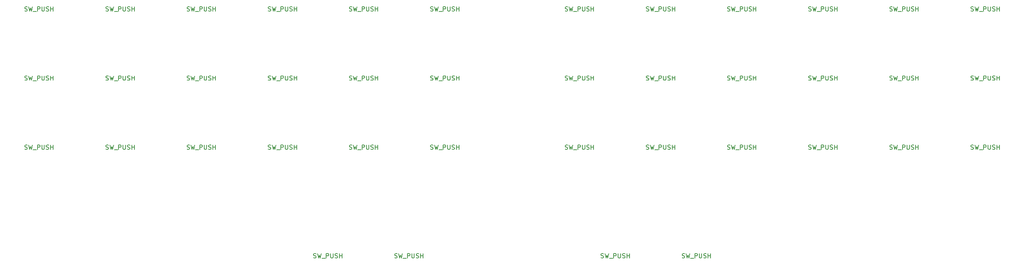
<source format=gbr>
G04 #@! TF.FileFunction,Other,Fab,Top*
%FSLAX46Y46*%
G04 Gerber Fmt 4.6, Leading zero omitted, Abs format (unit mm)*
G04 Created by KiCad (PCBNEW 4.0.1-stable) date Thursday, March 02, 2017 'PMt' 06:18:16 PM*
%MOMM*%
G01*
G04 APERTURE LIST*
%ADD10C,0.100000*%
%ADD11C,0.150000*%
G04 APERTURE END LIST*
D10*
D11*
X78238095Y895238D02*
X78380952Y847619D01*
X78619048Y847619D01*
X78714286Y895238D01*
X78761905Y942857D01*
X78809524Y1038095D01*
X78809524Y1133333D01*
X78761905Y1228571D01*
X78714286Y1276190D01*
X78619048Y1323810D01*
X78428571Y1371429D01*
X78333333Y1419048D01*
X78285714Y1466667D01*
X78238095Y1561905D01*
X78238095Y1657143D01*
X78285714Y1752381D01*
X78333333Y1800000D01*
X78428571Y1847619D01*
X78666667Y1847619D01*
X78809524Y1800000D01*
X79142857Y1847619D02*
X79380952Y847619D01*
X79571429Y1561905D01*
X79761905Y847619D01*
X80000000Y1847619D01*
X80142857Y752381D02*
X80904762Y752381D01*
X81142857Y847619D02*
X81142857Y1847619D01*
X81523810Y1847619D01*
X81619048Y1800000D01*
X81666667Y1752381D01*
X81714286Y1657143D01*
X81714286Y1514286D01*
X81666667Y1419048D01*
X81619048Y1371429D01*
X81523810Y1323810D01*
X81142857Y1323810D01*
X82142857Y1847619D02*
X82142857Y1038095D01*
X82190476Y942857D01*
X82238095Y895238D01*
X82333333Y847619D01*
X82523810Y847619D01*
X82619048Y895238D01*
X82666667Y942857D01*
X82714286Y1038095D01*
X82714286Y1847619D01*
X83142857Y895238D02*
X83285714Y847619D01*
X83523810Y847619D01*
X83619048Y895238D01*
X83666667Y942857D01*
X83714286Y1038095D01*
X83714286Y1133333D01*
X83666667Y1228571D01*
X83619048Y1276190D01*
X83523810Y1323810D01*
X83333333Y1371429D01*
X83238095Y1419048D01*
X83190476Y1466667D01*
X83142857Y1561905D01*
X83142857Y1657143D01*
X83190476Y1752381D01*
X83238095Y1800000D01*
X83333333Y1847619D01*
X83571429Y1847619D01*
X83714286Y1800000D01*
X84142857Y847619D02*
X84142857Y1847619D01*
X84142857Y1371429D02*
X84714286Y1371429D01*
X84714286Y847619D02*
X84714286Y1847619D01*
X70071425Y-55504762D02*
X70214282Y-55552381D01*
X70452378Y-55552381D01*
X70547616Y-55504762D01*
X70595235Y-55457143D01*
X70642854Y-55361905D01*
X70642854Y-55266667D01*
X70595235Y-55171429D01*
X70547616Y-55123810D01*
X70452378Y-55076190D01*
X70261901Y-55028571D01*
X70166663Y-54980952D01*
X70119044Y-54933333D01*
X70071425Y-54838095D01*
X70071425Y-54742857D01*
X70119044Y-54647619D01*
X70166663Y-54600000D01*
X70261901Y-54552381D01*
X70499997Y-54552381D01*
X70642854Y-54600000D01*
X70976187Y-54552381D02*
X71214282Y-55552381D01*
X71404759Y-54838095D01*
X71595235Y-55552381D01*
X71833330Y-54552381D01*
X71976187Y-55647619D02*
X72738092Y-55647619D01*
X72976187Y-55552381D02*
X72976187Y-54552381D01*
X73357140Y-54552381D01*
X73452378Y-54600000D01*
X73499997Y-54647619D01*
X73547616Y-54742857D01*
X73547616Y-54885714D01*
X73499997Y-54980952D01*
X73452378Y-55028571D01*
X73357140Y-55076190D01*
X72976187Y-55076190D01*
X73976187Y-54552381D02*
X73976187Y-55361905D01*
X74023806Y-55457143D01*
X74071425Y-55504762D01*
X74166663Y-55552381D01*
X74357140Y-55552381D01*
X74452378Y-55504762D01*
X74499997Y-55457143D01*
X74547616Y-55361905D01*
X74547616Y-54552381D01*
X74976187Y-55504762D02*
X75119044Y-55552381D01*
X75357140Y-55552381D01*
X75452378Y-55504762D01*
X75499997Y-55457143D01*
X75547616Y-55361905D01*
X75547616Y-55266667D01*
X75499997Y-55171429D01*
X75452378Y-55123810D01*
X75357140Y-55076190D01*
X75166663Y-55028571D01*
X75071425Y-54980952D01*
X75023806Y-54933333D01*
X74976187Y-54838095D01*
X74976187Y-54742857D01*
X75023806Y-54647619D01*
X75071425Y-54600000D01*
X75166663Y-54552381D01*
X75404759Y-54552381D01*
X75547616Y-54600000D01*
X75976187Y-55552381D02*
X75976187Y-54552381D01*
X75976187Y-55028571D02*
X76547616Y-55028571D01*
X76547616Y-55552381D02*
X76547616Y-54552381D01*
X41238095Y895238D02*
X41380952Y847619D01*
X41619048Y847619D01*
X41714286Y895238D01*
X41761905Y942857D01*
X41809524Y1038095D01*
X41809524Y1133333D01*
X41761905Y1228571D01*
X41714286Y1276190D01*
X41619048Y1323810D01*
X41428571Y1371429D01*
X41333333Y1419048D01*
X41285714Y1466667D01*
X41238095Y1561905D01*
X41238095Y1657143D01*
X41285714Y1752381D01*
X41333333Y1800000D01*
X41428571Y1847619D01*
X41666667Y1847619D01*
X41809524Y1800000D01*
X42142857Y1847619D02*
X42380952Y847619D01*
X42571429Y1561905D01*
X42761905Y847619D01*
X43000000Y1847619D01*
X43142857Y752381D02*
X43904762Y752381D01*
X44142857Y847619D02*
X44142857Y1847619D01*
X44523810Y1847619D01*
X44619048Y1800000D01*
X44666667Y1752381D01*
X44714286Y1657143D01*
X44714286Y1514286D01*
X44666667Y1419048D01*
X44619048Y1371429D01*
X44523810Y1323810D01*
X44142857Y1323810D01*
X45142857Y1847619D02*
X45142857Y1038095D01*
X45190476Y942857D01*
X45238095Y895238D01*
X45333333Y847619D01*
X45523810Y847619D01*
X45619048Y895238D01*
X45666667Y942857D01*
X45714286Y1038095D01*
X45714286Y1847619D01*
X46142857Y895238D02*
X46285714Y847619D01*
X46523810Y847619D01*
X46619048Y895238D01*
X46666667Y942857D01*
X46714286Y1038095D01*
X46714286Y1133333D01*
X46666667Y1228571D01*
X46619048Y1276190D01*
X46523810Y1323810D01*
X46333333Y1371429D01*
X46238095Y1419048D01*
X46190476Y1466667D01*
X46142857Y1561905D01*
X46142857Y1657143D01*
X46190476Y1752381D01*
X46238095Y1800000D01*
X46333333Y1847619D01*
X46571429Y1847619D01*
X46714286Y1800000D01*
X47142857Y847619D02*
X47142857Y1847619D01*
X47142857Y1371429D02*
X47714286Y1371429D01*
X47714286Y847619D02*
X47714286Y1847619D01*
X127438095Y895238D02*
X127580952Y847619D01*
X127819048Y847619D01*
X127914286Y895238D01*
X127961905Y942857D01*
X128009524Y1038095D01*
X128009524Y1133333D01*
X127961905Y1228571D01*
X127914286Y1276190D01*
X127819048Y1323810D01*
X127628571Y1371429D01*
X127533333Y1419048D01*
X127485714Y1466667D01*
X127438095Y1561905D01*
X127438095Y1657143D01*
X127485714Y1752381D01*
X127533333Y1800000D01*
X127628571Y1847619D01*
X127866667Y1847619D01*
X128009524Y1800000D01*
X128342857Y1847619D02*
X128580952Y847619D01*
X128771429Y1561905D01*
X128961905Y847619D01*
X129200000Y1847619D01*
X129342857Y752381D02*
X130104762Y752381D01*
X130342857Y847619D02*
X130342857Y1847619D01*
X130723810Y1847619D01*
X130819048Y1800000D01*
X130866667Y1752381D01*
X130914286Y1657143D01*
X130914286Y1514286D01*
X130866667Y1419048D01*
X130819048Y1371429D01*
X130723810Y1323810D01*
X130342857Y1323810D01*
X131342857Y1847619D02*
X131342857Y1038095D01*
X131390476Y942857D01*
X131438095Y895238D01*
X131533333Y847619D01*
X131723810Y847619D01*
X131819048Y895238D01*
X131866667Y942857D01*
X131914286Y1038095D01*
X131914286Y1847619D01*
X132342857Y895238D02*
X132485714Y847619D01*
X132723810Y847619D01*
X132819048Y895238D01*
X132866667Y942857D01*
X132914286Y1038095D01*
X132914286Y1133333D01*
X132866667Y1228571D01*
X132819048Y1276190D01*
X132723810Y1323810D01*
X132533333Y1371429D01*
X132438095Y1419048D01*
X132390476Y1466667D01*
X132342857Y1561905D01*
X132342857Y1657143D01*
X132390476Y1752381D01*
X132438095Y1800000D01*
X132533333Y1847619D01*
X132771429Y1847619D01*
X132914286Y1800000D01*
X133342857Y847619D02*
X133342857Y1847619D01*
X133342857Y1371429D02*
X133914286Y1371429D01*
X133914286Y847619D02*
X133914286Y1847619D01*
X96738095Y895238D02*
X96880952Y847619D01*
X97119048Y847619D01*
X97214286Y895238D01*
X97261905Y942857D01*
X97309524Y1038095D01*
X97309524Y1133333D01*
X97261905Y1228571D01*
X97214286Y1276190D01*
X97119048Y1323810D01*
X96928571Y1371429D01*
X96833333Y1419048D01*
X96785714Y1466667D01*
X96738095Y1561905D01*
X96738095Y1657143D01*
X96785714Y1752381D01*
X96833333Y1800000D01*
X96928571Y1847619D01*
X97166667Y1847619D01*
X97309524Y1800000D01*
X97642857Y1847619D02*
X97880952Y847619D01*
X98071429Y1561905D01*
X98261905Y847619D01*
X98500000Y1847619D01*
X98642857Y752381D02*
X99404762Y752381D01*
X99642857Y847619D02*
X99642857Y1847619D01*
X100023810Y1847619D01*
X100119048Y1800000D01*
X100166667Y1752381D01*
X100214286Y1657143D01*
X100214286Y1514286D01*
X100166667Y1419048D01*
X100119048Y1371429D01*
X100023810Y1323810D01*
X99642857Y1323810D01*
X100642857Y1847619D02*
X100642857Y1038095D01*
X100690476Y942857D01*
X100738095Y895238D01*
X100833333Y847619D01*
X101023810Y847619D01*
X101119048Y895238D01*
X101166667Y942857D01*
X101214286Y1038095D01*
X101214286Y1847619D01*
X101642857Y895238D02*
X101785714Y847619D01*
X102023810Y847619D01*
X102119048Y895238D01*
X102166667Y942857D01*
X102214286Y1038095D01*
X102214286Y1133333D01*
X102166667Y1228571D01*
X102119048Y1276190D01*
X102023810Y1323810D01*
X101833333Y1371429D01*
X101738095Y1419048D01*
X101690476Y1466667D01*
X101642857Y1561905D01*
X101642857Y1657143D01*
X101690476Y1752381D01*
X101738095Y1800000D01*
X101833333Y1847619D01*
X102071429Y1847619D01*
X102214286Y1800000D01*
X102642857Y847619D02*
X102642857Y1847619D01*
X102642857Y1371429D02*
X103214286Y1371429D01*
X103214286Y847619D02*
X103214286Y1847619D01*
X96738095Y-14904762D02*
X96880952Y-14952381D01*
X97119048Y-14952381D01*
X97214286Y-14904762D01*
X97261905Y-14857143D01*
X97309524Y-14761905D01*
X97309524Y-14666667D01*
X97261905Y-14571429D01*
X97214286Y-14523810D01*
X97119048Y-14476190D01*
X96928571Y-14428571D01*
X96833333Y-14380952D01*
X96785714Y-14333333D01*
X96738095Y-14238095D01*
X96738095Y-14142857D01*
X96785714Y-14047619D01*
X96833333Y-14000000D01*
X96928571Y-13952381D01*
X97166667Y-13952381D01*
X97309524Y-14000000D01*
X97642857Y-13952381D02*
X97880952Y-14952381D01*
X98071429Y-14238095D01*
X98261905Y-14952381D01*
X98500000Y-13952381D01*
X98642857Y-15047619D02*
X99404762Y-15047619D01*
X99642857Y-14952381D02*
X99642857Y-13952381D01*
X100023810Y-13952381D01*
X100119048Y-14000000D01*
X100166667Y-14047619D01*
X100214286Y-14142857D01*
X100214286Y-14285714D01*
X100166667Y-14380952D01*
X100119048Y-14428571D01*
X100023810Y-14476190D01*
X99642857Y-14476190D01*
X100642857Y-13952381D02*
X100642857Y-14761905D01*
X100690476Y-14857143D01*
X100738095Y-14904762D01*
X100833333Y-14952381D01*
X101023810Y-14952381D01*
X101119048Y-14904762D01*
X101166667Y-14857143D01*
X101214286Y-14761905D01*
X101214286Y-13952381D01*
X101642857Y-14904762D02*
X101785714Y-14952381D01*
X102023810Y-14952381D01*
X102119048Y-14904762D01*
X102166667Y-14857143D01*
X102214286Y-14761905D01*
X102214286Y-14666667D01*
X102166667Y-14571429D01*
X102119048Y-14523810D01*
X102023810Y-14476190D01*
X101833333Y-14428571D01*
X101738095Y-14380952D01*
X101690476Y-14333333D01*
X101642857Y-14238095D01*
X101642857Y-14142857D01*
X101690476Y-14047619D01*
X101738095Y-14000000D01*
X101833333Y-13952381D01*
X102071429Y-13952381D01*
X102214286Y-14000000D01*
X102642857Y-14952381D02*
X102642857Y-13952381D01*
X102642857Y-14428571D02*
X103214286Y-14428571D01*
X103214286Y-14952381D02*
X103214286Y-13952381D01*
X4238095Y895238D02*
X4380952Y847619D01*
X4619048Y847619D01*
X4714286Y895238D01*
X4761905Y942857D01*
X4809524Y1038095D01*
X4809524Y1133333D01*
X4761905Y1228571D01*
X4714286Y1276190D01*
X4619048Y1323810D01*
X4428571Y1371429D01*
X4333333Y1419048D01*
X4285714Y1466667D01*
X4238095Y1561905D01*
X4238095Y1657143D01*
X4285714Y1752381D01*
X4333333Y1800000D01*
X4428571Y1847619D01*
X4666667Y1847619D01*
X4809524Y1800000D01*
X5142857Y1847619D02*
X5380952Y847619D01*
X5571429Y1561905D01*
X5761905Y847619D01*
X6000000Y1847619D01*
X6142857Y752381D02*
X6904762Y752381D01*
X7142857Y847619D02*
X7142857Y1847619D01*
X7523810Y1847619D01*
X7619048Y1800000D01*
X7666667Y1752381D01*
X7714286Y1657143D01*
X7714286Y1514286D01*
X7666667Y1419048D01*
X7619048Y1371429D01*
X7523810Y1323810D01*
X7142857Y1323810D01*
X8142857Y1847619D02*
X8142857Y1038095D01*
X8190476Y942857D01*
X8238095Y895238D01*
X8333333Y847619D01*
X8523810Y847619D01*
X8619048Y895238D01*
X8666667Y942857D01*
X8714286Y1038095D01*
X8714286Y1847619D01*
X9142857Y895238D02*
X9285714Y847619D01*
X9523810Y847619D01*
X9619048Y895238D01*
X9666667Y942857D01*
X9714286Y1038095D01*
X9714286Y1133333D01*
X9666667Y1228571D01*
X9619048Y1276190D01*
X9523810Y1323810D01*
X9333333Y1371429D01*
X9238095Y1419048D01*
X9190476Y1466667D01*
X9142857Y1561905D01*
X9142857Y1657143D01*
X9190476Y1752381D01*
X9238095Y1800000D01*
X9333333Y1847619D01*
X9571429Y1847619D01*
X9714286Y1800000D01*
X10142857Y847619D02*
X10142857Y1847619D01*
X10142857Y1371429D02*
X10714286Y1371429D01*
X10714286Y847619D02*
X10714286Y1847619D01*
X154104762Y-55504762D02*
X154247619Y-55552381D01*
X154485715Y-55552381D01*
X154580953Y-55504762D01*
X154628572Y-55457143D01*
X154676191Y-55361905D01*
X154676191Y-55266667D01*
X154628572Y-55171429D01*
X154580953Y-55123810D01*
X154485715Y-55076190D01*
X154295238Y-55028571D01*
X154200000Y-54980952D01*
X154152381Y-54933333D01*
X154104762Y-54838095D01*
X154104762Y-54742857D01*
X154152381Y-54647619D01*
X154200000Y-54600000D01*
X154295238Y-54552381D01*
X154533334Y-54552381D01*
X154676191Y-54600000D01*
X155009524Y-54552381D02*
X155247619Y-55552381D01*
X155438096Y-54838095D01*
X155628572Y-55552381D01*
X155866667Y-54552381D01*
X156009524Y-55647619D02*
X156771429Y-55647619D01*
X157009524Y-55552381D02*
X157009524Y-54552381D01*
X157390477Y-54552381D01*
X157485715Y-54600000D01*
X157533334Y-54647619D01*
X157580953Y-54742857D01*
X157580953Y-54885714D01*
X157533334Y-54980952D01*
X157485715Y-55028571D01*
X157390477Y-55076190D01*
X157009524Y-55076190D01*
X158009524Y-54552381D02*
X158009524Y-55361905D01*
X158057143Y-55457143D01*
X158104762Y-55504762D01*
X158200000Y-55552381D01*
X158390477Y-55552381D01*
X158485715Y-55504762D01*
X158533334Y-55457143D01*
X158580953Y-55361905D01*
X158580953Y-54552381D01*
X159009524Y-55504762D02*
X159152381Y-55552381D01*
X159390477Y-55552381D01*
X159485715Y-55504762D01*
X159533334Y-55457143D01*
X159580953Y-55361905D01*
X159580953Y-55266667D01*
X159533334Y-55171429D01*
X159485715Y-55123810D01*
X159390477Y-55076190D01*
X159200000Y-55028571D01*
X159104762Y-54980952D01*
X159057143Y-54933333D01*
X159009524Y-54838095D01*
X159009524Y-54742857D01*
X159057143Y-54647619D01*
X159104762Y-54600000D01*
X159200000Y-54552381D01*
X159438096Y-54552381D01*
X159580953Y-54600000D01*
X160009524Y-55552381D02*
X160009524Y-54552381D01*
X160009524Y-55028571D02*
X160580953Y-55028571D01*
X160580953Y-55552381D02*
X160580953Y-54552381D01*
X135604762Y-55504762D02*
X135747619Y-55552381D01*
X135985715Y-55552381D01*
X136080953Y-55504762D01*
X136128572Y-55457143D01*
X136176191Y-55361905D01*
X136176191Y-55266667D01*
X136128572Y-55171429D01*
X136080953Y-55123810D01*
X135985715Y-55076190D01*
X135795238Y-55028571D01*
X135700000Y-54980952D01*
X135652381Y-54933333D01*
X135604762Y-54838095D01*
X135604762Y-54742857D01*
X135652381Y-54647619D01*
X135700000Y-54600000D01*
X135795238Y-54552381D01*
X136033334Y-54552381D01*
X136176191Y-54600000D01*
X136509524Y-54552381D02*
X136747619Y-55552381D01*
X136938096Y-54838095D01*
X137128572Y-55552381D01*
X137366667Y-54552381D01*
X137509524Y-55647619D02*
X138271429Y-55647619D01*
X138509524Y-55552381D02*
X138509524Y-54552381D01*
X138890477Y-54552381D01*
X138985715Y-54600000D01*
X139033334Y-54647619D01*
X139080953Y-54742857D01*
X139080953Y-54885714D01*
X139033334Y-54980952D01*
X138985715Y-55028571D01*
X138890477Y-55076190D01*
X138509524Y-55076190D01*
X139509524Y-54552381D02*
X139509524Y-55361905D01*
X139557143Y-55457143D01*
X139604762Y-55504762D01*
X139700000Y-55552381D01*
X139890477Y-55552381D01*
X139985715Y-55504762D01*
X140033334Y-55457143D01*
X140080953Y-55361905D01*
X140080953Y-54552381D01*
X140509524Y-55504762D02*
X140652381Y-55552381D01*
X140890477Y-55552381D01*
X140985715Y-55504762D01*
X141033334Y-55457143D01*
X141080953Y-55361905D01*
X141080953Y-55266667D01*
X141033334Y-55171429D01*
X140985715Y-55123810D01*
X140890477Y-55076190D01*
X140700000Y-55028571D01*
X140604762Y-54980952D01*
X140557143Y-54933333D01*
X140509524Y-54838095D01*
X140509524Y-54742857D01*
X140557143Y-54647619D01*
X140604762Y-54600000D01*
X140700000Y-54552381D01*
X140938096Y-54552381D01*
X141080953Y-54600000D01*
X141509524Y-55552381D02*
X141509524Y-54552381D01*
X141509524Y-55028571D02*
X142080953Y-55028571D01*
X142080953Y-55552381D02*
X142080953Y-54552381D01*
X88571425Y-55504762D02*
X88714282Y-55552381D01*
X88952378Y-55552381D01*
X89047616Y-55504762D01*
X89095235Y-55457143D01*
X89142854Y-55361905D01*
X89142854Y-55266667D01*
X89095235Y-55171429D01*
X89047616Y-55123810D01*
X88952378Y-55076190D01*
X88761901Y-55028571D01*
X88666663Y-54980952D01*
X88619044Y-54933333D01*
X88571425Y-54838095D01*
X88571425Y-54742857D01*
X88619044Y-54647619D01*
X88666663Y-54600000D01*
X88761901Y-54552381D01*
X88999997Y-54552381D01*
X89142854Y-54600000D01*
X89476187Y-54552381D02*
X89714282Y-55552381D01*
X89904759Y-54838095D01*
X90095235Y-55552381D01*
X90333330Y-54552381D01*
X90476187Y-55647619D02*
X91238092Y-55647619D01*
X91476187Y-55552381D02*
X91476187Y-54552381D01*
X91857140Y-54552381D01*
X91952378Y-54600000D01*
X91999997Y-54647619D01*
X92047616Y-54742857D01*
X92047616Y-54885714D01*
X91999997Y-54980952D01*
X91952378Y-55028571D01*
X91857140Y-55076190D01*
X91476187Y-55076190D01*
X92476187Y-54552381D02*
X92476187Y-55361905D01*
X92523806Y-55457143D01*
X92571425Y-55504762D01*
X92666663Y-55552381D01*
X92857140Y-55552381D01*
X92952378Y-55504762D01*
X92999997Y-55457143D01*
X93047616Y-55361905D01*
X93047616Y-54552381D01*
X93476187Y-55504762D02*
X93619044Y-55552381D01*
X93857140Y-55552381D01*
X93952378Y-55504762D01*
X93999997Y-55457143D01*
X94047616Y-55361905D01*
X94047616Y-55266667D01*
X93999997Y-55171429D01*
X93952378Y-55123810D01*
X93857140Y-55076190D01*
X93666663Y-55028571D01*
X93571425Y-54980952D01*
X93523806Y-54933333D01*
X93476187Y-54838095D01*
X93476187Y-54742857D01*
X93523806Y-54647619D01*
X93571425Y-54600000D01*
X93666663Y-54552381D01*
X93904759Y-54552381D01*
X94047616Y-54600000D01*
X94476187Y-55552381D02*
X94476187Y-54552381D01*
X94476187Y-55028571D02*
X95047616Y-55028571D01*
X95047616Y-55552381D02*
X95047616Y-54552381D01*
X219938095Y-30704762D02*
X220080952Y-30752381D01*
X220319048Y-30752381D01*
X220414286Y-30704762D01*
X220461905Y-30657143D01*
X220509524Y-30561905D01*
X220509524Y-30466667D01*
X220461905Y-30371429D01*
X220414286Y-30323810D01*
X220319048Y-30276190D01*
X220128571Y-30228571D01*
X220033333Y-30180952D01*
X219985714Y-30133333D01*
X219938095Y-30038095D01*
X219938095Y-29942857D01*
X219985714Y-29847619D01*
X220033333Y-29800000D01*
X220128571Y-29752381D01*
X220366667Y-29752381D01*
X220509524Y-29800000D01*
X220842857Y-29752381D02*
X221080952Y-30752381D01*
X221271429Y-30038095D01*
X221461905Y-30752381D01*
X221700000Y-29752381D01*
X221842857Y-30847619D02*
X222604762Y-30847619D01*
X222842857Y-30752381D02*
X222842857Y-29752381D01*
X223223810Y-29752381D01*
X223319048Y-29800000D01*
X223366667Y-29847619D01*
X223414286Y-29942857D01*
X223414286Y-30085714D01*
X223366667Y-30180952D01*
X223319048Y-30228571D01*
X223223810Y-30276190D01*
X222842857Y-30276190D01*
X223842857Y-29752381D02*
X223842857Y-30561905D01*
X223890476Y-30657143D01*
X223938095Y-30704762D01*
X224033333Y-30752381D01*
X224223810Y-30752381D01*
X224319048Y-30704762D01*
X224366667Y-30657143D01*
X224414286Y-30561905D01*
X224414286Y-29752381D01*
X224842857Y-30704762D02*
X224985714Y-30752381D01*
X225223810Y-30752381D01*
X225319048Y-30704762D01*
X225366667Y-30657143D01*
X225414286Y-30561905D01*
X225414286Y-30466667D01*
X225366667Y-30371429D01*
X225319048Y-30323810D01*
X225223810Y-30276190D01*
X225033333Y-30228571D01*
X224938095Y-30180952D01*
X224890476Y-30133333D01*
X224842857Y-30038095D01*
X224842857Y-29942857D01*
X224890476Y-29847619D01*
X224938095Y-29800000D01*
X225033333Y-29752381D01*
X225271429Y-29752381D01*
X225414286Y-29800000D01*
X225842857Y-30752381D02*
X225842857Y-29752381D01*
X225842857Y-30228571D02*
X226414286Y-30228571D01*
X226414286Y-30752381D02*
X226414286Y-29752381D01*
X201438095Y-30704762D02*
X201580952Y-30752381D01*
X201819048Y-30752381D01*
X201914286Y-30704762D01*
X201961905Y-30657143D01*
X202009524Y-30561905D01*
X202009524Y-30466667D01*
X201961905Y-30371429D01*
X201914286Y-30323810D01*
X201819048Y-30276190D01*
X201628571Y-30228571D01*
X201533333Y-30180952D01*
X201485714Y-30133333D01*
X201438095Y-30038095D01*
X201438095Y-29942857D01*
X201485714Y-29847619D01*
X201533333Y-29800000D01*
X201628571Y-29752381D01*
X201866667Y-29752381D01*
X202009524Y-29800000D01*
X202342857Y-29752381D02*
X202580952Y-30752381D01*
X202771429Y-30038095D01*
X202961905Y-30752381D01*
X203200000Y-29752381D01*
X203342857Y-30847619D02*
X204104762Y-30847619D01*
X204342857Y-30752381D02*
X204342857Y-29752381D01*
X204723810Y-29752381D01*
X204819048Y-29800000D01*
X204866667Y-29847619D01*
X204914286Y-29942857D01*
X204914286Y-30085714D01*
X204866667Y-30180952D01*
X204819048Y-30228571D01*
X204723810Y-30276190D01*
X204342857Y-30276190D01*
X205342857Y-29752381D02*
X205342857Y-30561905D01*
X205390476Y-30657143D01*
X205438095Y-30704762D01*
X205533333Y-30752381D01*
X205723810Y-30752381D01*
X205819048Y-30704762D01*
X205866667Y-30657143D01*
X205914286Y-30561905D01*
X205914286Y-29752381D01*
X206342857Y-30704762D02*
X206485714Y-30752381D01*
X206723810Y-30752381D01*
X206819048Y-30704762D01*
X206866667Y-30657143D01*
X206914286Y-30561905D01*
X206914286Y-30466667D01*
X206866667Y-30371429D01*
X206819048Y-30323810D01*
X206723810Y-30276190D01*
X206533333Y-30228571D01*
X206438095Y-30180952D01*
X206390476Y-30133333D01*
X206342857Y-30038095D01*
X206342857Y-29942857D01*
X206390476Y-29847619D01*
X206438095Y-29800000D01*
X206533333Y-29752381D01*
X206771429Y-29752381D01*
X206914286Y-29800000D01*
X207342857Y-30752381D02*
X207342857Y-29752381D01*
X207342857Y-30228571D02*
X207914286Y-30228571D01*
X207914286Y-30752381D02*
X207914286Y-29752381D01*
X182938095Y-30704762D02*
X183080952Y-30752381D01*
X183319048Y-30752381D01*
X183414286Y-30704762D01*
X183461905Y-30657143D01*
X183509524Y-30561905D01*
X183509524Y-30466667D01*
X183461905Y-30371429D01*
X183414286Y-30323810D01*
X183319048Y-30276190D01*
X183128571Y-30228571D01*
X183033333Y-30180952D01*
X182985714Y-30133333D01*
X182938095Y-30038095D01*
X182938095Y-29942857D01*
X182985714Y-29847619D01*
X183033333Y-29800000D01*
X183128571Y-29752381D01*
X183366667Y-29752381D01*
X183509524Y-29800000D01*
X183842857Y-29752381D02*
X184080952Y-30752381D01*
X184271429Y-30038095D01*
X184461905Y-30752381D01*
X184700000Y-29752381D01*
X184842857Y-30847619D02*
X185604762Y-30847619D01*
X185842857Y-30752381D02*
X185842857Y-29752381D01*
X186223810Y-29752381D01*
X186319048Y-29800000D01*
X186366667Y-29847619D01*
X186414286Y-29942857D01*
X186414286Y-30085714D01*
X186366667Y-30180952D01*
X186319048Y-30228571D01*
X186223810Y-30276190D01*
X185842857Y-30276190D01*
X186842857Y-29752381D02*
X186842857Y-30561905D01*
X186890476Y-30657143D01*
X186938095Y-30704762D01*
X187033333Y-30752381D01*
X187223810Y-30752381D01*
X187319048Y-30704762D01*
X187366667Y-30657143D01*
X187414286Y-30561905D01*
X187414286Y-29752381D01*
X187842857Y-30704762D02*
X187985714Y-30752381D01*
X188223810Y-30752381D01*
X188319048Y-30704762D01*
X188366667Y-30657143D01*
X188414286Y-30561905D01*
X188414286Y-30466667D01*
X188366667Y-30371429D01*
X188319048Y-30323810D01*
X188223810Y-30276190D01*
X188033333Y-30228571D01*
X187938095Y-30180952D01*
X187890476Y-30133333D01*
X187842857Y-30038095D01*
X187842857Y-29942857D01*
X187890476Y-29847619D01*
X187938095Y-29800000D01*
X188033333Y-29752381D01*
X188271429Y-29752381D01*
X188414286Y-29800000D01*
X188842857Y-30752381D02*
X188842857Y-29752381D01*
X188842857Y-30228571D02*
X189414286Y-30228571D01*
X189414286Y-30752381D02*
X189414286Y-29752381D01*
X164438095Y-30704762D02*
X164580952Y-30752381D01*
X164819048Y-30752381D01*
X164914286Y-30704762D01*
X164961905Y-30657143D01*
X165009524Y-30561905D01*
X165009524Y-30466667D01*
X164961905Y-30371429D01*
X164914286Y-30323810D01*
X164819048Y-30276190D01*
X164628571Y-30228571D01*
X164533333Y-30180952D01*
X164485714Y-30133333D01*
X164438095Y-30038095D01*
X164438095Y-29942857D01*
X164485714Y-29847619D01*
X164533333Y-29800000D01*
X164628571Y-29752381D01*
X164866667Y-29752381D01*
X165009524Y-29800000D01*
X165342857Y-29752381D02*
X165580952Y-30752381D01*
X165771429Y-30038095D01*
X165961905Y-30752381D01*
X166200000Y-29752381D01*
X166342857Y-30847619D02*
X167104762Y-30847619D01*
X167342857Y-30752381D02*
X167342857Y-29752381D01*
X167723810Y-29752381D01*
X167819048Y-29800000D01*
X167866667Y-29847619D01*
X167914286Y-29942857D01*
X167914286Y-30085714D01*
X167866667Y-30180952D01*
X167819048Y-30228571D01*
X167723810Y-30276190D01*
X167342857Y-30276190D01*
X168342857Y-29752381D02*
X168342857Y-30561905D01*
X168390476Y-30657143D01*
X168438095Y-30704762D01*
X168533333Y-30752381D01*
X168723810Y-30752381D01*
X168819048Y-30704762D01*
X168866667Y-30657143D01*
X168914286Y-30561905D01*
X168914286Y-29752381D01*
X169342857Y-30704762D02*
X169485714Y-30752381D01*
X169723810Y-30752381D01*
X169819048Y-30704762D01*
X169866667Y-30657143D01*
X169914286Y-30561905D01*
X169914286Y-30466667D01*
X169866667Y-30371429D01*
X169819048Y-30323810D01*
X169723810Y-30276190D01*
X169533333Y-30228571D01*
X169438095Y-30180952D01*
X169390476Y-30133333D01*
X169342857Y-30038095D01*
X169342857Y-29942857D01*
X169390476Y-29847619D01*
X169438095Y-29800000D01*
X169533333Y-29752381D01*
X169771429Y-29752381D01*
X169914286Y-29800000D01*
X170342857Y-30752381D02*
X170342857Y-29752381D01*
X170342857Y-30228571D02*
X170914286Y-30228571D01*
X170914286Y-30752381D02*
X170914286Y-29752381D01*
X145938095Y-30704762D02*
X146080952Y-30752381D01*
X146319048Y-30752381D01*
X146414286Y-30704762D01*
X146461905Y-30657143D01*
X146509524Y-30561905D01*
X146509524Y-30466667D01*
X146461905Y-30371429D01*
X146414286Y-30323810D01*
X146319048Y-30276190D01*
X146128571Y-30228571D01*
X146033333Y-30180952D01*
X145985714Y-30133333D01*
X145938095Y-30038095D01*
X145938095Y-29942857D01*
X145985714Y-29847619D01*
X146033333Y-29800000D01*
X146128571Y-29752381D01*
X146366667Y-29752381D01*
X146509524Y-29800000D01*
X146842857Y-29752381D02*
X147080952Y-30752381D01*
X147271429Y-30038095D01*
X147461905Y-30752381D01*
X147700000Y-29752381D01*
X147842857Y-30847619D02*
X148604762Y-30847619D01*
X148842857Y-30752381D02*
X148842857Y-29752381D01*
X149223810Y-29752381D01*
X149319048Y-29800000D01*
X149366667Y-29847619D01*
X149414286Y-29942857D01*
X149414286Y-30085714D01*
X149366667Y-30180952D01*
X149319048Y-30228571D01*
X149223810Y-30276190D01*
X148842857Y-30276190D01*
X149842857Y-29752381D02*
X149842857Y-30561905D01*
X149890476Y-30657143D01*
X149938095Y-30704762D01*
X150033333Y-30752381D01*
X150223810Y-30752381D01*
X150319048Y-30704762D01*
X150366667Y-30657143D01*
X150414286Y-30561905D01*
X150414286Y-29752381D01*
X150842857Y-30704762D02*
X150985714Y-30752381D01*
X151223810Y-30752381D01*
X151319048Y-30704762D01*
X151366667Y-30657143D01*
X151414286Y-30561905D01*
X151414286Y-30466667D01*
X151366667Y-30371429D01*
X151319048Y-30323810D01*
X151223810Y-30276190D01*
X151033333Y-30228571D01*
X150938095Y-30180952D01*
X150890476Y-30133333D01*
X150842857Y-30038095D01*
X150842857Y-29942857D01*
X150890476Y-29847619D01*
X150938095Y-29800000D01*
X151033333Y-29752381D01*
X151271429Y-29752381D01*
X151414286Y-29800000D01*
X151842857Y-30752381D02*
X151842857Y-29752381D01*
X151842857Y-30228571D02*
X152414286Y-30228571D01*
X152414286Y-30752381D02*
X152414286Y-29752381D01*
X127438095Y-30704762D02*
X127580952Y-30752381D01*
X127819048Y-30752381D01*
X127914286Y-30704762D01*
X127961905Y-30657143D01*
X128009524Y-30561905D01*
X128009524Y-30466667D01*
X127961905Y-30371429D01*
X127914286Y-30323810D01*
X127819048Y-30276190D01*
X127628571Y-30228571D01*
X127533333Y-30180952D01*
X127485714Y-30133333D01*
X127438095Y-30038095D01*
X127438095Y-29942857D01*
X127485714Y-29847619D01*
X127533333Y-29800000D01*
X127628571Y-29752381D01*
X127866667Y-29752381D01*
X128009524Y-29800000D01*
X128342857Y-29752381D02*
X128580952Y-30752381D01*
X128771429Y-30038095D01*
X128961905Y-30752381D01*
X129200000Y-29752381D01*
X129342857Y-30847619D02*
X130104762Y-30847619D01*
X130342857Y-30752381D02*
X130342857Y-29752381D01*
X130723810Y-29752381D01*
X130819048Y-29800000D01*
X130866667Y-29847619D01*
X130914286Y-29942857D01*
X130914286Y-30085714D01*
X130866667Y-30180952D01*
X130819048Y-30228571D01*
X130723810Y-30276190D01*
X130342857Y-30276190D01*
X131342857Y-29752381D02*
X131342857Y-30561905D01*
X131390476Y-30657143D01*
X131438095Y-30704762D01*
X131533333Y-30752381D01*
X131723810Y-30752381D01*
X131819048Y-30704762D01*
X131866667Y-30657143D01*
X131914286Y-30561905D01*
X131914286Y-29752381D01*
X132342857Y-30704762D02*
X132485714Y-30752381D01*
X132723810Y-30752381D01*
X132819048Y-30704762D01*
X132866667Y-30657143D01*
X132914286Y-30561905D01*
X132914286Y-30466667D01*
X132866667Y-30371429D01*
X132819048Y-30323810D01*
X132723810Y-30276190D01*
X132533333Y-30228571D01*
X132438095Y-30180952D01*
X132390476Y-30133333D01*
X132342857Y-30038095D01*
X132342857Y-29942857D01*
X132390476Y-29847619D01*
X132438095Y-29800000D01*
X132533333Y-29752381D01*
X132771429Y-29752381D01*
X132914286Y-29800000D01*
X133342857Y-30752381D02*
X133342857Y-29752381D01*
X133342857Y-30228571D02*
X133914286Y-30228571D01*
X133914286Y-30752381D02*
X133914286Y-29752381D01*
X96738095Y-30704762D02*
X96880952Y-30752381D01*
X97119048Y-30752381D01*
X97214286Y-30704762D01*
X97261905Y-30657143D01*
X97309524Y-30561905D01*
X97309524Y-30466667D01*
X97261905Y-30371429D01*
X97214286Y-30323810D01*
X97119048Y-30276190D01*
X96928571Y-30228571D01*
X96833333Y-30180952D01*
X96785714Y-30133333D01*
X96738095Y-30038095D01*
X96738095Y-29942857D01*
X96785714Y-29847619D01*
X96833333Y-29800000D01*
X96928571Y-29752381D01*
X97166667Y-29752381D01*
X97309524Y-29800000D01*
X97642857Y-29752381D02*
X97880952Y-30752381D01*
X98071429Y-30038095D01*
X98261905Y-30752381D01*
X98500000Y-29752381D01*
X98642857Y-30847619D02*
X99404762Y-30847619D01*
X99642857Y-30752381D02*
X99642857Y-29752381D01*
X100023810Y-29752381D01*
X100119048Y-29800000D01*
X100166667Y-29847619D01*
X100214286Y-29942857D01*
X100214286Y-30085714D01*
X100166667Y-30180952D01*
X100119048Y-30228571D01*
X100023810Y-30276190D01*
X99642857Y-30276190D01*
X100642857Y-29752381D02*
X100642857Y-30561905D01*
X100690476Y-30657143D01*
X100738095Y-30704762D01*
X100833333Y-30752381D01*
X101023810Y-30752381D01*
X101119048Y-30704762D01*
X101166667Y-30657143D01*
X101214286Y-30561905D01*
X101214286Y-29752381D01*
X101642857Y-30704762D02*
X101785714Y-30752381D01*
X102023810Y-30752381D01*
X102119048Y-30704762D01*
X102166667Y-30657143D01*
X102214286Y-30561905D01*
X102214286Y-30466667D01*
X102166667Y-30371429D01*
X102119048Y-30323810D01*
X102023810Y-30276190D01*
X101833333Y-30228571D01*
X101738095Y-30180952D01*
X101690476Y-30133333D01*
X101642857Y-30038095D01*
X101642857Y-29942857D01*
X101690476Y-29847619D01*
X101738095Y-29800000D01*
X101833333Y-29752381D01*
X102071429Y-29752381D01*
X102214286Y-29800000D01*
X102642857Y-30752381D02*
X102642857Y-29752381D01*
X102642857Y-30228571D02*
X103214286Y-30228571D01*
X103214286Y-30752381D02*
X103214286Y-29752381D01*
X78238095Y-30704762D02*
X78380952Y-30752381D01*
X78619048Y-30752381D01*
X78714286Y-30704762D01*
X78761905Y-30657143D01*
X78809524Y-30561905D01*
X78809524Y-30466667D01*
X78761905Y-30371429D01*
X78714286Y-30323810D01*
X78619048Y-30276190D01*
X78428571Y-30228571D01*
X78333333Y-30180952D01*
X78285714Y-30133333D01*
X78238095Y-30038095D01*
X78238095Y-29942857D01*
X78285714Y-29847619D01*
X78333333Y-29800000D01*
X78428571Y-29752381D01*
X78666667Y-29752381D01*
X78809524Y-29800000D01*
X79142857Y-29752381D02*
X79380952Y-30752381D01*
X79571429Y-30038095D01*
X79761905Y-30752381D01*
X80000000Y-29752381D01*
X80142857Y-30847619D02*
X80904762Y-30847619D01*
X81142857Y-30752381D02*
X81142857Y-29752381D01*
X81523810Y-29752381D01*
X81619048Y-29800000D01*
X81666667Y-29847619D01*
X81714286Y-29942857D01*
X81714286Y-30085714D01*
X81666667Y-30180952D01*
X81619048Y-30228571D01*
X81523810Y-30276190D01*
X81142857Y-30276190D01*
X82142857Y-29752381D02*
X82142857Y-30561905D01*
X82190476Y-30657143D01*
X82238095Y-30704762D01*
X82333333Y-30752381D01*
X82523810Y-30752381D01*
X82619048Y-30704762D01*
X82666667Y-30657143D01*
X82714286Y-30561905D01*
X82714286Y-29752381D01*
X83142857Y-30704762D02*
X83285714Y-30752381D01*
X83523810Y-30752381D01*
X83619048Y-30704762D01*
X83666667Y-30657143D01*
X83714286Y-30561905D01*
X83714286Y-30466667D01*
X83666667Y-30371429D01*
X83619048Y-30323810D01*
X83523810Y-30276190D01*
X83333333Y-30228571D01*
X83238095Y-30180952D01*
X83190476Y-30133333D01*
X83142857Y-30038095D01*
X83142857Y-29942857D01*
X83190476Y-29847619D01*
X83238095Y-29800000D01*
X83333333Y-29752381D01*
X83571429Y-29752381D01*
X83714286Y-29800000D01*
X84142857Y-30752381D02*
X84142857Y-29752381D01*
X84142857Y-30228571D02*
X84714286Y-30228571D01*
X84714286Y-30752381D02*
X84714286Y-29752381D01*
X59738095Y-30704762D02*
X59880952Y-30752381D01*
X60119048Y-30752381D01*
X60214286Y-30704762D01*
X60261905Y-30657143D01*
X60309524Y-30561905D01*
X60309524Y-30466667D01*
X60261905Y-30371429D01*
X60214286Y-30323810D01*
X60119048Y-30276190D01*
X59928571Y-30228571D01*
X59833333Y-30180952D01*
X59785714Y-30133333D01*
X59738095Y-30038095D01*
X59738095Y-29942857D01*
X59785714Y-29847619D01*
X59833333Y-29800000D01*
X59928571Y-29752381D01*
X60166667Y-29752381D01*
X60309524Y-29800000D01*
X60642857Y-29752381D02*
X60880952Y-30752381D01*
X61071429Y-30038095D01*
X61261905Y-30752381D01*
X61500000Y-29752381D01*
X61642857Y-30847619D02*
X62404762Y-30847619D01*
X62642857Y-30752381D02*
X62642857Y-29752381D01*
X63023810Y-29752381D01*
X63119048Y-29800000D01*
X63166667Y-29847619D01*
X63214286Y-29942857D01*
X63214286Y-30085714D01*
X63166667Y-30180952D01*
X63119048Y-30228571D01*
X63023810Y-30276190D01*
X62642857Y-30276190D01*
X63642857Y-29752381D02*
X63642857Y-30561905D01*
X63690476Y-30657143D01*
X63738095Y-30704762D01*
X63833333Y-30752381D01*
X64023810Y-30752381D01*
X64119048Y-30704762D01*
X64166667Y-30657143D01*
X64214286Y-30561905D01*
X64214286Y-29752381D01*
X64642857Y-30704762D02*
X64785714Y-30752381D01*
X65023810Y-30752381D01*
X65119048Y-30704762D01*
X65166667Y-30657143D01*
X65214286Y-30561905D01*
X65214286Y-30466667D01*
X65166667Y-30371429D01*
X65119048Y-30323810D01*
X65023810Y-30276190D01*
X64833333Y-30228571D01*
X64738095Y-30180952D01*
X64690476Y-30133333D01*
X64642857Y-30038095D01*
X64642857Y-29942857D01*
X64690476Y-29847619D01*
X64738095Y-29800000D01*
X64833333Y-29752381D01*
X65071429Y-29752381D01*
X65214286Y-29800000D01*
X65642857Y-30752381D02*
X65642857Y-29752381D01*
X65642857Y-30228571D02*
X66214286Y-30228571D01*
X66214286Y-30752381D02*
X66214286Y-29752381D01*
X41238095Y-30704762D02*
X41380952Y-30752381D01*
X41619048Y-30752381D01*
X41714286Y-30704762D01*
X41761905Y-30657143D01*
X41809524Y-30561905D01*
X41809524Y-30466667D01*
X41761905Y-30371429D01*
X41714286Y-30323810D01*
X41619048Y-30276190D01*
X41428571Y-30228571D01*
X41333333Y-30180952D01*
X41285714Y-30133333D01*
X41238095Y-30038095D01*
X41238095Y-29942857D01*
X41285714Y-29847619D01*
X41333333Y-29800000D01*
X41428571Y-29752381D01*
X41666667Y-29752381D01*
X41809524Y-29800000D01*
X42142857Y-29752381D02*
X42380952Y-30752381D01*
X42571429Y-30038095D01*
X42761905Y-30752381D01*
X43000000Y-29752381D01*
X43142857Y-30847619D02*
X43904762Y-30847619D01*
X44142857Y-30752381D02*
X44142857Y-29752381D01*
X44523810Y-29752381D01*
X44619048Y-29800000D01*
X44666667Y-29847619D01*
X44714286Y-29942857D01*
X44714286Y-30085714D01*
X44666667Y-30180952D01*
X44619048Y-30228571D01*
X44523810Y-30276190D01*
X44142857Y-30276190D01*
X45142857Y-29752381D02*
X45142857Y-30561905D01*
X45190476Y-30657143D01*
X45238095Y-30704762D01*
X45333333Y-30752381D01*
X45523810Y-30752381D01*
X45619048Y-30704762D01*
X45666667Y-30657143D01*
X45714286Y-30561905D01*
X45714286Y-29752381D01*
X46142857Y-30704762D02*
X46285714Y-30752381D01*
X46523810Y-30752381D01*
X46619048Y-30704762D01*
X46666667Y-30657143D01*
X46714286Y-30561905D01*
X46714286Y-30466667D01*
X46666667Y-30371429D01*
X46619048Y-30323810D01*
X46523810Y-30276190D01*
X46333333Y-30228571D01*
X46238095Y-30180952D01*
X46190476Y-30133333D01*
X46142857Y-30038095D01*
X46142857Y-29942857D01*
X46190476Y-29847619D01*
X46238095Y-29800000D01*
X46333333Y-29752381D01*
X46571429Y-29752381D01*
X46714286Y-29800000D01*
X47142857Y-30752381D02*
X47142857Y-29752381D01*
X47142857Y-30228571D02*
X47714286Y-30228571D01*
X47714286Y-30752381D02*
X47714286Y-29752381D01*
X22738095Y-30704762D02*
X22880952Y-30752381D01*
X23119048Y-30752381D01*
X23214286Y-30704762D01*
X23261905Y-30657143D01*
X23309524Y-30561905D01*
X23309524Y-30466667D01*
X23261905Y-30371429D01*
X23214286Y-30323810D01*
X23119048Y-30276190D01*
X22928571Y-30228571D01*
X22833333Y-30180952D01*
X22785714Y-30133333D01*
X22738095Y-30038095D01*
X22738095Y-29942857D01*
X22785714Y-29847619D01*
X22833333Y-29800000D01*
X22928571Y-29752381D01*
X23166667Y-29752381D01*
X23309524Y-29800000D01*
X23642857Y-29752381D02*
X23880952Y-30752381D01*
X24071429Y-30038095D01*
X24261905Y-30752381D01*
X24500000Y-29752381D01*
X24642857Y-30847619D02*
X25404762Y-30847619D01*
X25642857Y-30752381D02*
X25642857Y-29752381D01*
X26023810Y-29752381D01*
X26119048Y-29800000D01*
X26166667Y-29847619D01*
X26214286Y-29942857D01*
X26214286Y-30085714D01*
X26166667Y-30180952D01*
X26119048Y-30228571D01*
X26023810Y-30276190D01*
X25642857Y-30276190D01*
X26642857Y-29752381D02*
X26642857Y-30561905D01*
X26690476Y-30657143D01*
X26738095Y-30704762D01*
X26833333Y-30752381D01*
X27023810Y-30752381D01*
X27119048Y-30704762D01*
X27166667Y-30657143D01*
X27214286Y-30561905D01*
X27214286Y-29752381D01*
X27642857Y-30704762D02*
X27785714Y-30752381D01*
X28023810Y-30752381D01*
X28119048Y-30704762D01*
X28166667Y-30657143D01*
X28214286Y-30561905D01*
X28214286Y-30466667D01*
X28166667Y-30371429D01*
X28119048Y-30323810D01*
X28023810Y-30276190D01*
X27833333Y-30228571D01*
X27738095Y-30180952D01*
X27690476Y-30133333D01*
X27642857Y-30038095D01*
X27642857Y-29942857D01*
X27690476Y-29847619D01*
X27738095Y-29800000D01*
X27833333Y-29752381D01*
X28071429Y-29752381D01*
X28214286Y-29800000D01*
X28642857Y-30752381D02*
X28642857Y-29752381D01*
X28642857Y-30228571D02*
X29214286Y-30228571D01*
X29214286Y-30752381D02*
X29214286Y-29752381D01*
X4238095Y-30704762D02*
X4380952Y-30752381D01*
X4619048Y-30752381D01*
X4714286Y-30704762D01*
X4761905Y-30657143D01*
X4809524Y-30561905D01*
X4809524Y-30466667D01*
X4761905Y-30371429D01*
X4714286Y-30323810D01*
X4619048Y-30276190D01*
X4428571Y-30228571D01*
X4333333Y-30180952D01*
X4285714Y-30133333D01*
X4238095Y-30038095D01*
X4238095Y-29942857D01*
X4285714Y-29847619D01*
X4333333Y-29800000D01*
X4428571Y-29752381D01*
X4666667Y-29752381D01*
X4809524Y-29800000D01*
X5142857Y-29752381D02*
X5380952Y-30752381D01*
X5571429Y-30038095D01*
X5761905Y-30752381D01*
X6000000Y-29752381D01*
X6142857Y-30847619D02*
X6904762Y-30847619D01*
X7142857Y-30752381D02*
X7142857Y-29752381D01*
X7523810Y-29752381D01*
X7619048Y-29800000D01*
X7666667Y-29847619D01*
X7714286Y-29942857D01*
X7714286Y-30085714D01*
X7666667Y-30180952D01*
X7619048Y-30228571D01*
X7523810Y-30276190D01*
X7142857Y-30276190D01*
X8142857Y-29752381D02*
X8142857Y-30561905D01*
X8190476Y-30657143D01*
X8238095Y-30704762D01*
X8333333Y-30752381D01*
X8523810Y-30752381D01*
X8619048Y-30704762D01*
X8666667Y-30657143D01*
X8714286Y-30561905D01*
X8714286Y-29752381D01*
X9142857Y-30704762D02*
X9285714Y-30752381D01*
X9523810Y-30752381D01*
X9619048Y-30704762D01*
X9666667Y-30657143D01*
X9714286Y-30561905D01*
X9714286Y-30466667D01*
X9666667Y-30371429D01*
X9619048Y-30323810D01*
X9523810Y-30276190D01*
X9333333Y-30228571D01*
X9238095Y-30180952D01*
X9190476Y-30133333D01*
X9142857Y-30038095D01*
X9142857Y-29942857D01*
X9190476Y-29847619D01*
X9238095Y-29800000D01*
X9333333Y-29752381D01*
X9571429Y-29752381D01*
X9714286Y-29800000D01*
X10142857Y-30752381D02*
X10142857Y-29752381D01*
X10142857Y-30228571D02*
X10714286Y-30228571D01*
X10714286Y-30752381D02*
X10714286Y-29752381D01*
X219938095Y-14904762D02*
X220080952Y-14952381D01*
X220319048Y-14952381D01*
X220414286Y-14904762D01*
X220461905Y-14857143D01*
X220509524Y-14761905D01*
X220509524Y-14666667D01*
X220461905Y-14571429D01*
X220414286Y-14523810D01*
X220319048Y-14476190D01*
X220128571Y-14428571D01*
X220033333Y-14380952D01*
X219985714Y-14333333D01*
X219938095Y-14238095D01*
X219938095Y-14142857D01*
X219985714Y-14047619D01*
X220033333Y-14000000D01*
X220128571Y-13952381D01*
X220366667Y-13952381D01*
X220509524Y-14000000D01*
X220842857Y-13952381D02*
X221080952Y-14952381D01*
X221271429Y-14238095D01*
X221461905Y-14952381D01*
X221700000Y-13952381D01*
X221842857Y-15047619D02*
X222604762Y-15047619D01*
X222842857Y-14952381D02*
X222842857Y-13952381D01*
X223223810Y-13952381D01*
X223319048Y-14000000D01*
X223366667Y-14047619D01*
X223414286Y-14142857D01*
X223414286Y-14285714D01*
X223366667Y-14380952D01*
X223319048Y-14428571D01*
X223223810Y-14476190D01*
X222842857Y-14476190D01*
X223842857Y-13952381D02*
X223842857Y-14761905D01*
X223890476Y-14857143D01*
X223938095Y-14904762D01*
X224033333Y-14952381D01*
X224223810Y-14952381D01*
X224319048Y-14904762D01*
X224366667Y-14857143D01*
X224414286Y-14761905D01*
X224414286Y-13952381D01*
X224842857Y-14904762D02*
X224985714Y-14952381D01*
X225223810Y-14952381D01*
X225319048Y-14904762D01*
X225366667Y-14857143D01*
X225414286Y-14761905D01*
X225414286Y-14666667D01*
X225366667Y-14571429D01*
X225319048Y-14523810D01*
X225223810Y-14476190D01*
X225033333Y-14428571D01*
X224938095Y-14380952D01*
X224890476Y-14333333D01*
X224842857Y-14238095D01*
X224842857Y-14142857D01*
X224890476Y-14047619D01*
X224938095Y-14000000D01*
X225033333Y-13952381D01*
X225271429Y-13952381D01*
X225414286Y-14000000D01*
X225842857Y-14952381D02*
X225842857Y-13952381D01*
X225842857Y-14428571D02*
X226414286Y-14428571D01*
X226414286Y-14952381D02*
X226414286Y-13952381D01*
X201438095Y-14904762D02*
X201580952Y-14952381D01*
X201819048Y-14952381D01*
X201914286Y-14904762D01*
X201961905Y-14857143D01*
X202009524Y-14761905D01*
X202009524Y-14666667D01*
X201961905Y-14571429D01*
X201914286Y-14523810D01*
X201819048Y-14476190D01*
X201628571Y-14428571D01*
X201533333Y-14380952D01*
X201485714Y-14333333D01*
X201438095Y-14238095D01*
X201438095Y-14142857D01*
X201485714Y-14047619D01*
X201533333Y-14000000D01*
X201628571Y-13952381D01*
X201866667Y-13952381D01*
X202009524Y-14000000D01*
X202342857Y-13952381D02*
X202580952Y-14952381D01*
X202771429Y-14238095D01*
X202961905Y-14952381D01*
X203200000Y-13952381D01*
X203342857Y-15047619D02*
X204104762Y-15047619D01*
X204342857Y-14952381D02*
X204342857Y-13952381D01*
X204723810Y-13952381D01*
X204819048Y-14000000D01*
X204866667Y-14047619D01*
X204914286Y-14142857D01*
X204914286Y-14285714D01*
X204866667Y-14380952D01*
X204819048Y-14428571D01*
X204723810Y-14476190D01*
X204342857Y-14476190D01*
X205342857Y-13952381D02*
X205342857Y-14761905D01*
X205390476Y-14857143D01*
X205438095Y-14904762D01*
X205533333Y-14952381D01*
X205723810Y-14952381D01*
X205819048Y-14904762D01*
X205866667Y-14857143D01*
X205914286Y-14761905D01*
X205914286Y-13952381D01*
X206342857Y-14904762D02*
X206485714Y-14952381D01*
X206723810Y-14952381D01*
X206819048Y-14904762D01*
X206866667Y-14857143D01*
X206914286Y-14761905D01*
X206914286Y-14666667D01*
X206866667Y-14571429D01*
X206819048Y-14523810D01*
X206723810Y-14476190D01*
X206533333Y-14428571D01*
X206438095Y-14380952D01*
X206390476Y-14333333D01*
X206342857Y-14238095D01*
X206342857Y-14142857D01*
X206390476Y-14047619D01*
X206438095Y-14000000D01*
X206533333Y-13952381D01*
X206771429Y-13952381D01*
X206914286Y-14000000D01*
X207342857Y-14952381D02*
X207342857Y-13952381D01*
X207342857Y-14428571D02*
X207914286Y-14428571D01*
X207914286Y-14952381D02*
X207914286Y-13952381D01*
X182938095Y-14904762D02*
X183080952Y-14952381D01*
X183319048Y-14952381D01*
X183414286Y-14904762D01*
X183461905Y-14857143D01*
X183509524Y-14761905D01*
X183509524Y-14666667D01*
X183461905Y-14571429D01*
X183414286Y-14523810D01*
X183319048Y-14476190D01*
X183128571Y-14428571D01*
X183033333Y-14380952D01*
X182985714Y-14333333D01*
X182938095Y-14238095D01*
X182938095Y-14142857D01*
X182985714Y-14047619D01*
X183033333Y-14000000D01*
X183128571Y-13952381D01*
X183366667Y-13952381D01*
X183509524Y-14000000D01*
X183842857Y-13952381D02*
X184080952Y-14952381D01*
X184271429Y-14238095D01*
X184461905Y-14952381D01*
X184700000Y-13952381D01*
X184842857Y-15047619D02*
X185604762Y-15047619D01*
X185842857Y-14952381D02*
X185842857Y-13952381D01*
X186223810Y-13952381D01*
X186319048Y-14000000D01*
X186366667Y-14047619D01*
X186414286Y-14142857D01*
X186414286Y-14285714D01*
X186366667Y-14380952D01*
X186319048Y-14428571D01*
X186223810Y-14476190D01*
X185842857Y-14476190D01*
X186842857Y-13952381D02*
X186842857Y-14761905D01*
X186890476Y-14857143D01*
X186938095Y-14904762D01*
X187033333Y-14952381D01*
X187223810Y-14952381D01*
X187319048Y-14904762D01*
X187366667Y-14857143D01*
X187414286Y-14761905D01*
X187414286Y-13952381D01*
X187842857Y-14904762D02*
X187985714Y-14952381D01*
X188223810Y-14952381D01*
X188319048Y-14904762D01*
X188366667Y-14857143D01*
X188414286Y-14761905D01*
X188414286Y-14666667D01*
X188366667Y-14571429D01*
X188319048Y-14523810D01*
X188223810Y-14476190D01*
X188033333Y-14428571D01*
X187938095Y-14380952D01*
X187890476Y-14333333D01*
X187842857Y-14238095D01*
X187842857Y-14142857D01*
X187890476Y-14047619D01*
X187938095Y-14000000D01*
X188033333Y-13952381D01*
X188271429Y-13952381D01*
X188414286Y-14000000D01*
X188842857Y-14952381D02*
X188842857Y-13952381D01*
X188842857Y-14428571D02*
X189414286Y-14428571D01*
X189414286Y-14952381D02*
X189414286Y-13952381D01*
X164438095Y-14904762D02*
X164580952Y-14952381D01*
X164819048Y-14952381D01*
X164914286Y-14904762D01*
X164961905Y-14857143D01*
X165009524Y-14761905D01*
X165009524Y-14666667D01*
X164961905Y-14571429D01*
X164914286Y-14523810D01*
X164819048Y-14476190D01*
X164628571Y-14428571D01*
X164533333Y-14380952D01*
X164485714Y-14333333D01*
X164438095Y-14238095D01*
X164438095Y-14142857D01*
X164485714Y-14047619D01*
X164533333Y-14000000D01*
X164628571Y-13952381D01*
X164866667Y-13952381D01*
X165009524Y-14000000D01*
X165342857Y-13952381D02*
X165580952Y-14952381D01*
X165771429Y-14238095D01*
X165961905Y-14952381D01*
X166200000Y-13952381D01*
X166342857Y-15047619D02*
X167104762Y-15047619D01*
X167342857Y-14952381D02*
X167342857Y-13952381D01*
X167723810Y-13952381D01*
X167819048Y-14000000D01*
X167866667Y-14047619D01*
X167914286Y-14142857D01*
X167914286Y-14285714D01*
X167866667Y-14380952D01*
X167819048Y-14428571D01*
X167723810Y-14476190D01*
X167342857Y-14476190D01*
X168342857Y-13952381D02*
X168342857Y-14761905D01*
X168390476Y-14857143D01*
X168438095Y-14904762D01*
X168533333Y-14952381D01*
X168723810Y-14952381D01*
X168819048Y-14904762D01*
X168866667Y-14857143D01*
X168914286Y-14761905D01*
X168914286Y-13952381D01*
X169342857Y-14904762D02*
X169485714Y-14952381D01*
X169723810Y-14952381D01*
X169819048Y-14904762D01*
X169866667Y-14857143D01*
X169914286Y-14761905D01*
X169914286Y-14666667D01*
X169866667Y-14571429D01*
X169819048Y-14523810D01*
X169723810Y-14476190D01*
X169533333Y-14428571D01*
X169438095Y-14380952D01*
X169390476Y-14333333D01*
X169342857Y-14238095D01*
X169342857Y-14142857D01*
X169390476Y-14047619D01*
X169438095Y-14000000D01*
X169533333Y-13952381D01*
X169771429Y-13952381D01*
X169914286Y-14000000D01*
X170342857Y-14952381D02*
X170342857Y-13952381D01*
X170342857Y-14428571D02*
X170914286Y-14428571D01*
X170914286Y-14952381D02*
X170914286Y-13952381D01*
X145938095Y-14904762D02*
X146080952Y-14952381D01*
X146319048Y-14952381D01*
X146414286Y-14904762D01*
X146461905Y-14857143D01*
X146509524Y-14761905D01*
X146509524Y-14666667D01*
X146461905Y-14571429D01*
X146414286Y-14523810D01*
X146319048Y-14476190D01*
X146128571Y-14428571D01*
X146033333Y-14380952D01*
X145985714Y-14333333D01*
X145938095Y-14238095D01*
X145938095Y-14142857D01*
X145985714Y-14047619D01*
X146033333Y-14000000D01*
X146128571Y-13952381D01*
X146366667Y-13952381D01*
X146509524Y-14000000D01*
X146842857Y-13952381D02*
X147080952Y-14952381D01*
X147271429Y-14238095D01*
X147461905Y-14952381D01*
X147700000Y-13952381D01*
X147842857Y-15047619D02*
X148604762Y-15047619D01*
X148842857Y-14952381D02*
X148842857Y-13952381D01*
X149223810Y-13952381D01*
X149319048Y-14000000D01*
X149366667Y-14047619D01*
X149414286Y-14142857D01*
X149414286Y-14285714D01*
X149366667Y-14380952D01*
X149319048Y-14428571D01*
X149223810Y-14476190D01*
X148842857Y-14476190D01*
X149842857Y-13952381D02*
X149842857Y-14761905D01*
X149890476Y-14857143D01*
X149938095Y-14904762D01*
X150033333Y-14952381D01*
X150223810Y-14952381D01*
X150319048Y-14904762D01*
X150366667Y-14857143D01*
X150414286Y-14761905D01*
X150414286Y-13952381D01*
X150842857Y-14904762D02*
X150985714Y-14952381D01*
X151223810Y-14952381D01*
X151319048Y-14904762D01*
X151366667Y-14857143D01*
X151414286Y-14761905D01*
X151414286Y-14666667D01*
X151366667Y-14571429D01*
X151319048Y-14523810D01*
X151223810Y-14476190D01*
X151033333Y-14428571D01*
X150938095Y-14380952D01*
X150890476Y-14333333D01*
X150842857Y-14238095D01*
X150842857Y-14142857D01*
X150890476Y-14047619D01*
X150938095Y-14000000D01*
X151033333Y-13952381D01*
X151271429Y-13952381D01*
X151414286Y-14000000D01*
X151842857Y-14952381D02*
X151842857Y-13952381D01*
X151842857Y-14428571D02*
X152414286Y-14428571D01*
X152414286Y-14952381D02*
X152414286Y-13952381D01*
X127438095Y-14904762D02*
X127580952Y-14952381D01*
X127819048Y-14952381D01*
X127914286Y-14904762D01*
X127961905Y-14857143D01*
X128009524Y-14761905D01*
X128009524Y-14666667D01*
X127961905Y-14571429D01*
X127914286Y-14523810D01*
X127819048Y-14476190D01*
X127628571Y-14428571D01*
X127533333Y-14380952D01*
X127485714Y-14333333D01*
X127438095Y-14238095D01*
X127438095Y-14142857D01*
X127485714Y-14047619D01*
X127533333Y-14000000D01*
X127628571Y-13952381D01*
X127866667Y-13952381D01*
X128009524Y-14000000D01*
X128342857Y-13952381D02*
X128580952Y-14952381D01*
X128771429Y-14238095D01*
X128961905Y-14952381D01*
X129200000Y-13952381D01*
X129342857Y-15047619D02*
X130104762Y-15047619D01*
X130342857Y-14952381D02*
X130342857Y-13952381D01*
X130723810Y-13952381D01*
X130819048Y-14000000D01*
X130866667Y-14047619D01*
X130914286Y-14142857D01*
X130914286Y-14285714D01*
X130866667Y-14380952D01*
X130819048Y-14428571D01*
X130723810Y-14476190D01*
X130342857Y-14476190D01*
X131342857Y-13952381D02*
X131342857Y-14761905D01*
X131390476Y-14857143D01*
X131438095Y-14904762D01*
X131533333Y-14952381D01*
X131723810Y-14952381D01*
X131819048Y-14904762D01*
X131866667Y-14857143D01*
X131914286Y-14761905D01*
X131914286Y-13952381D01*
X132342857Y-14904762D02*
X132485714Y-14952381D01*
X132723810Y-14952381D01*
X132819048Y-14904762D01*
X132866667Y-14857143D01*
X132914286Y-14761905D01*
X132914286Y-14666667D01*
X132866667Y-14571429D01*
X132819048Y-14523810D01*
X132723810Y-14476190D01*
X132533333Y-14428571D01*
X132438095Y-14380952D01*
X132390476Y-14333333D01*
X132342857Y-14238095D01*
X132342857Y-14142857D01*
X132390476Y-14047619D01*
X132438095Y-14000000D01*
X132533333Y-13952381D01*
X132771429Y-13952381D01*
X132914286Y-14000000D01*
X133342857Y-14952381D02*
X133342857Y-13952381D01*
X133342857Y-14428571D02*
X133914286Y-14428571D01*
X133914286Y-14952381D02*
X133914286Y-13952381D01*
X78238095Y-14904762D02*
X78380952Y-14952381D01*
X78619048Y-14952381D01*
X78714286Y-14904762D01*
X78761905Y-14857143D01*
X78809524Y-14761905D01*
X78809524Y-14666667D01*
X78761905Y-14571429D01*
X78714286Y-14523810D01*
X78619048Y-14476190D01*
X78428571Y-14428571D01*
X78333333Y-14380952D01*
X78285714Y-14333333D01*
X78238095Y-14238095D01*
X78238095Y-14142857D01*
X78285714Y-14047619D01*
X78333333Y-14000000D01*
X78428571Y-13952381D01*
X78666667Y-13952381D01*
X78809524Y-14000000D01*
X79142857Y-13952381D02*
X79380952Y-14952381D01*
X79571429Y-14238095D01*
X79761905Y-14952381D01*
X80000000Y-13952381D01*
X80142857Y-15047619D02*
X80904762Y-15047619D01*
X81142857Y-14952381D02*
X81142857Y-13952381D01*
X81523810Y-13952381D01*
X81619048Y-14000000D01*
X81666667Y-14047619D01*
X81714286Y-14142857D01*
X81714286Y-14285714D01*
X81666667Y-14380952D01*
X81619048Y-14428571D01*
X81523810Y-14476190D01*
X81142857Y-14476190D01*
X82142857Y-13952381D02*
X82142857Y-14761905D01*
X82190476Y-14857143D01*
X82238095Y-14904762D01*
X82333333Y-14952381D01*
X82523810Y-14952381D01*
X82619048Y-14904762D01*
X82666667Y-14857143D01*
X82714286Y-14761905D01*
X82714286Y-13952381D01*
X83142857Y-14904762D02*
X83285714Y-14952381D01*
X83523810Y-14952381D01*
X83619048Y-14904762D01*
X83666667Y-14857143D01*
X83714286Y-14761905D01*
X83714286Y-14666667D01*
X83666667Y-14571429D01*
X83619048Y-14523810D01*
X83523810Y-14476190D01*
X83333333Y-14428571D01*
X83238095Y-14380952D01*
X83190476Y-14333333D01*
X83142857Y-14238095D01*
X83142857Y-14142857D01*
X83190476Y-14047619D01*
X83238095Y-14000000D01*
X83333333Y-13952381D01*
X83571429Y-13952381D01*
X83714286Y-14000000D01*
X84142857Y-14952381D02*
X84142857Y-13952381D01*
X84142857Y-14428571D02*
X84714286Y-14428571D01*
X84714286Y-14952381D02*
X84714286Y-13952381D01*
X59738095Y-14904762D02*
X59880952Y-14952381D01*
X60119048Y-14952381D01*
X60214286Y-14904762D01*
X60261905Y-14857143D01*
X60309524Y-14761905D01*
X60309524Y-14666667D01*
X60261905Y-14571429D01*
X60214286Y-14523810D01*
X60119048Y-14476190D01*
X59928571Y-14428571D01*
X59833333Y-14380952D01*
X59785714Y-14333333D01*
X59738095Y-14238095D01*
X59738095Y-14142857D01*
X59785714Y-14047619D01*
X59833333Y-14000000D01*
X59928571Y-13952381D01*
X60166667Y-13952381D01*
X60309524Y-14000000D01*
X60642857Y-13952381D02*
X60880952Y-14952381D01*
X61071429Y-14238095D01*
X61261905Y-14952381D01*
X61500000Y-13952381D01*
X61642857Y-15047619D02*
X62404762Y-15047619D01*
X62642857Y-14952381D02*
X62642857Y-13952381D01*
X63023810Y-13952381D01*
X63119048Y-14000000D01*
X63166667Y-14047619D01*
X63214286Y-14142857D01*
X63214286Y-14285714D01*
X63166667Y-14380952D01*
X63119048Y-14428571D01*
X63023810Y-14476190D01*
X62642857Y-14476190D01*
X63642857Y-13952381D02*
X63642857Y-14761905D01*
X63690476Y-14857143D01*
X63738095Y-14904762D01*
X63833333Y-14952381D01*
X64023810Y-14952381D01*
X64119048Y-14904762D01*
X64166667Y-14857143D01*
X64214286Y-14761905D01*
X64214286Y-13952381D01*
X64642857Y-14904762D02*
X64785714Y-14952381D01*
X65023810Y-14952381D01*
X65119048Y-14904762D01*
X65166667Y-14857143D01*
X65214286Y-14761905D01*
X65214286Y-14666667D01*
X65166667Y-14571429D01*
X65119048Y-14523810D01*
X65023810Y-14476190D01*
X64833333Y-14428571D01*
X64738095Y-14380952D01*
X64690476Y-14333333D01*
X64642857Y-14238095D01*
X64642857Y-14142857D01*
X64690476Y-14047619D01*
X64738095Y-14000000D01*
X64833333Y-13952381D01*
X65071429Y-13952381D01*
X65214286Y-14000000D01*
X65642857Y-14952381D02*
X65642857Y-13952381D01*
X65642857Y-14428571D02*
X66214286Y-14428571D01*
X66214286Y-14952381D02*
X66214286Y-13952381D01*
X41238095Y-14904762D02*
X41380952Y-14952381D01*
X41619048Y-14952381D01*
X41714286Y-14904762D01*
X41761905Y-14857143D01*
X41809524Y-14761905D01*
X41809524Y-14666667D01*
X41761905Y-14571429D01*
X41714286Y-14523810D01*
X41619048Y-14476190D01*
X41428571Y-14428571D01*
X41333333Y-14380952D01*
X41285714Y-14333333D01*
X41238095Y-14238095D01*
X41238095Y-14142857D01*
X41285714Y-14047619D01*
X41333333Y-14000000D01*
X41428571Y-13952381D01*
X41666667Y-13952381D01*
X41809524Y-14000000D01*
X42142857Y-13952381D02*
X42380952Y-14952381D01*
X42571429Y-14238095D01*
X42761905Y-14952381D01*
X43000000Y-13952381D01*
X43142857Y-15047619D02*
X43904762Y-15047619D01*
X44142857Y-14952381D02*
X44142857Y-13952381D01*
X44523810Y-13952381D01*
X44619048Y-14000000D01*
X44666667Y-14047619D01*
X44714286Y-14142857D01*
X44714286Y-14285714D01*
X44666667Y-14380952D01*
X44619048Y-14428571D01*
X44523810Y-14476190D01*
X44142857Y-14476190D01*
X45142857Y-13952381D02*
X45142857Y-14761905D01*
X45190476Y-14857143D01*
X45238095Y-14904762D01*
X45333333Y-14952381D01*
X45523810Y-14952381D01*
X45619048Y-14904762D01*
X45666667Y-14857143D01*
X45714286Y-14761905D01*
X45714286Y-13952381D01*
X46142857Y-14904762D02*
X46285714Y-14952381D01*
X46523810Y-14952381D01*
X46619048Y-14904762D01*
X46666667Y-14857143D01*
X46714286Y-14761905D01*
X46714286Y-14666667D01*
X46666667Y-14571429D01*
X46619048Y-14523810D01*
X46523810Y-14476190D01*
X46333333Y-14428571D01*
X46238095Y-14380952D01*
X46190476Y-14333333D01*
X46142857Y-14238095D01*
X46142857Y-14142857D01*
X46190476Y-14047619D01*
X46238095Y-14000000D01*
X46333333Y-13952381D01*
X46571429Y-13952381D01*
X46714286Y-14000000D01*
X47142857Y-14952381D02*
X47142857Y-13952381D01*
X47142857Y-14428571D02*
X47714286Y-14428571D01*
X47714286Y-14952381D02*
X47714286Y-13952381D01*
X22738095Y-14904762D02*
X22880952Y-14952381D01*
X23119048Y-14952381D01*
X23214286Y-14904762D01*
X23261905Y-14857143D01*
X23309524Y-14761905D01*
X23309524Y-14666667D01*
X23261905Y-14571429D01*
X23214286Y-14523810D01*
X23119048Y-14476190D01*
X22928571Y-14428571D01*
X22833333Y-14380952D01*
X22785714Y-14333333D01*
X22738095Y-14238095D01*
X22738095Y-14142857D01*
X22785714Y-14047619D01*
X22833333Y-14000000D01*
X22928571Y-13952381D01*
X23166667Y-13952381D01*
X23309524Y-14000000D01*
X23642857Y-13952381D02*
X23880952Y-14952381D01*
X24071429Y-14238095D01*
X24261905Y-14952381D01*
X24500000Y-13952381D01*
X24642857Y-15047619D02*
X25404762Y-15047619D01*
X25642857Y-14952381D02*
X25642857Y-13952381D01*
X26023810Y-13952381D01*
X26119048Y-14000000D01*
X26166667Y-14047619D01*
X26214286Y-14142857D01*
X26214286Y-14285714D01*
X26166667Y-14380952D01*
X26119048Y-14428571D01*
X26023810Y-14476190D01*
X25642857Y-14476190D01*
X26642857Y-13952381D02*
X26642857Y-14761905D01*
X26690476Y-14857143D01*
X26738095Y-14904762D01*
X26833333Y-14952381D01*
X27023810Y-14952381D01*
X27119048Y-14904762D01*
X27166667Y-14857143D01*
X27214286Y-14761905D01*
X27214286Y-13952381D01*
X27642857Y-14904762D02*
X27785714Y-14952381D01*
X28023810Y-14952381D01*
X28119048Y-14904762D01*
X28166667Y-14857143D01*
X28214286Y-14761905D01*
X28214286Y-14666667D01*
X28166667Y-14571429D01*
X28119048Y-14523810D01*
X28023810Y-14476190D01*
X27833333Y-14428571D01*
X27738095Y-14380952D01*
X27690476Y-14333333D01*
X27642857Y-14238095D01*
X27642857Y-14142857D01*
X27690476Y-14047619D01*
X27738095Y-14000000D01*
X27833333Y-13952381D01*
X28071429Y-13952381D01*
X28214286Y-14000000D01*
X28642857Y-14952381D02*
X28642857Y-13952381D01*
X28642857Y-14428571D02*
X29214286Y-14428571D01*
X29214286Y-14952381D02*
X29214286Y-13952381D01*
X4238095Y-14904762D02*
X4380952Y-14952381D01*
X4619048Y-14952381D01*
X4714286Y-14904762D01*
X4761905Y-14857143D01*
X4809524Y-14761905D01*
X4809524Y-14666667D01*
X4761905Y-14571429D01*
X4714286Y-14523810D01*
X4619048Y-14476190D01*
X4428571Y-14428571D01*
X4333333Y-14380952D01*
X4285714Y-14333333D01*
X4238095Y-14238095D01*
X4238095Y-14142857D01*
X4285714Y-14047619D01*
X4333333Y-14000000D01*
X4428571Y-13952381D01*
X4666667Y-13952381D01*
X4809524Y-14000000D01*
X5142857Y-13952381D02*
X5380952Y-14952381D01*
X5571429Y-14238095D01*
X5761905Y-14952381D01*
X6000000Y-13952381D01*
X6142857Y-15047619D02*
X6904762Y-15047619D01*
X7142857Y-14952381D02*
X7142857Y-13952381D01*
X7523810Y-13952381D01*
X7619048Y-14000000D01*
X7666667Y-14047619D01*
X7714286Y-14142857D01*
X7714286Y-14285714D01*
X7666667Y-14380952D01*
X7619048Y-14428571D01*
X7523810Y-14476190D01*
X7142857Y-14476190D01*
X8142857Y-13952381D02*
X8142857Y-14761905D01*
X8190476Y-14857143D01*
X8238095Y-14904762D01*
X8333333Y-14952381D01*
X8523810Y-14952381D01*
X8619048Y-14904762D01*
X8666667Y-14857143D01*
X8714286Y-14761905D01*
X8714286Y-13952381D01*
X9142857Y-14904762D02*
X9285714Y-14952381D01*
X9523810Y-14952381D01*
X9619048Y-14904762D01*
X9666667Y-14857143D01*
X9714286Y-14761905D01*
X9714286Y-14666667D01*
X9666667Y-14571429D01*
X9619048Y-14523810D01*
X9523810Y-14476190D01*
X9333333Y-14428571D01*
X9238095Y-14380952D01*
X9190476Y-14333333D01*
X9142857Y-14238095D01*
X9142857Y-14142857D01*
X9190476Y-14047619D01*
X9238095Y-14000000D01*
X9333333Y-13952381D01*
X9571429Y-13952381D01*
X9714286Y-14000000D01*
X10142857Y-14952381D02*
X10142857Y-13952381D01*
X10142857Y-14428571D02*
X10714286Y-14428571D01*
X10714286Y-14952381D02*
X10714286Y-13952381D01*
X219938095Y895238D02*
X220080952Y847619D01*
X220319048Y847619D01*
X220414286Y895238D01*
X220461905Y942857D01*
X220509524Y1038095D01*
X220509524Y1133333D01*
X220461905Y1228571D01*
X220414286Y1276190D01*
X220319048Y1323810D01*
X220128571Y1371429D01*
X220033333Y1419048D01*
X219985714Y1466667D01*
X219938095Y1561905D01*
X219938095Y1657143D01*
X219985714Y1752381D01*
X220033333Y1800000D01*
X220128571Y1847619D01*
X220366667Y1847619D01*
X220509524Y1800000D01*
X220842857Y1847619D02*
X221080952Y847619D01*
X221271429Y1561905D01*
X221461905Y847619D01*
X221700000Y1847619D01*
X221842857Y752381D02*
X222604762Y752381D01*
X222842857Y847619D02*
X222842857Y1847619D01*
X223223810Y1847619D01*
X223319048Y1800000D01*
X223366667Y1752381D01*
X223414286Y1657143D01*
X223414286Y1514286D01*
X223366667Y1419048D01*
X223319048Y1371429D01*
X223223810Y1323810D01*
X222842857Y1323810D01*
X223842857Y1847619D02*
X223842857Y1038095D01*
X223890476Y942857D01*
X223938095Y895238D01*
X224033333Y847619D01*
X224223810Y847619D01*
X224319048Y895238D01*
X224366667Y942857D01*
X224414286Y1038095D01*
X224414286Y1847619D01*
X224842857Y895238D02*
X224985714Y847619D01*
X225223810Y847619D01*
X225319048Y895238D01*
X225366667Y942857D01*
X225414286Y1038095D01*
X225414286Y1133333D01*
X225366667Y1228571D01*
X225319048Y1276190D01*
X225223810Y1323810D01*
X225033333Y1371429D01*
X224938095Y1419048D01*
X224890476Y1466667D01*
X224842857Y1561905D01*
X224842857Y1657143D01*
X224890476Y1752381D01*
X224938095Y1800000D01*
X225033333Y1847619D01*
X225271429Y1847619D01*
X225414286Y1800000D01*
X225842857Y847619D02*
X225842857Y1847619D01*
X225842857Y1371429D02*
X226414286Y1371429D01*
X226414286Y847619D02*
X226414286Y1847619D01*
X201438095Y895238D02*
X201580952Y847619D01*
X201819048Y847619D01*
X201914286Y895238D01*
X201961905Y942857D01*
X202009524Y1038095D01*
X202009524Y1133333D01*
X201961905Y1228571D01*
X201914286Y1276190D01*
X201819048Y1323810D01*
X201628571Y1371429D01*
X201533333Y1419048D01*
X201485714Y1466667D01*
X201438095Y1561905D01*
X201438095Y1657143D01*
X201485714Y1752381D01*
X201533333Y1800000D01*
X201628571Y1847619D01*
X201866667Y1847619D01*
X202009524Y1800000D01*
X202342857Y1847619D02*
X202580952Y847619D01*
X202771429Y1561905D01*
X202961905Y847619D01*
X203200000Y1847619D01*
X203342857Y752381D02*
X204104762Y752381D01*
X204342857Y847619D02*
X204342857Y1847619D01*
X204723810Y1847619D01*
X204819048Y1800000D01*
X204866667Y1752381D01*
X204914286Y1657143D01*
X204914286Y1514286D01*
X204866667Y1419048D01*
X204819048Y1371429D01*
X204723810Y1323810D01*
X204342857Y1323810D01*
X205342857Y1847619D02*
X205342857Y1038095D01*
X205390476Y942857D01*
X205438095Y895238D01*
X205533333Y847619D01*
X205723810Y847619D01*
X205819048Y895238D01*
X205866667Y942857D01*
X205914286Y1038095D01*
X205914286Y1847619D01*
X206342857Y895238D02*
X206485714Y847619D01*
X206723810Y847619D01*
X206819048Y895238D01*
X206866667Y942857D01*
X206914286Y1038095D01*
X206914286Y1133333D01*
X206866667Y1228571D01*
X206819048Y1276190D01*
X206723810Y1323810D01*
X206533333Y1371429D01*
X206438095Y1419048D01*
X206390476Y1466667D01*
X206342857Y1561905D01*
X206342857Y1657143D01*
X206390476Y1752381D01*
X206438095Y1800000D01*
X206533333Y1847619D01*
X206771429Y1847619D01*
X206914286Y1800000D01*
X207342857Y847619D02*
X207342857Y1847619D01*
X207342857Y1371429D02*
X207914286Y1371429D01*
X207914286Y847619D02*
X207914286Y1847619D01*
X182938095Y895238D02*
X183080952Y847619D01*
X183319048Y847619D01*
X183414286Y895238D01*
X183461905Y942857D01*
X183509524Y1038095D01*
X183509524Y1133333D01*
X183461905Y1228571D01*
X183414286Y1276190D01*
X183319048Y1323810D01*
X183128571Y1371429D01*
X183033333Y1419048D01*
X182985714Y1466667D01*
X182938095Y1561905D01*
X182938095Y1657143D01*
X182985714Y1752381D01*
X183033333Y1800000D01*
X183128571Y1847619D01*
X183366667Y1847619D01*
X183509524Y1800000D01*
X183842857Y1847619D02*
X184080952Y847619D01*
X184271429Y1561905D01*
X184461905Y847619D01*
X184700000Y1847619D01*
X184842857Y752381D02*
X185604762Y752381D01*
X185842857Y847619D02*
X185842857Y1847619D01*
X186223810Y1847619D01*
X186319048Y1800000D01*
X186366667Y1752381D01*
X186414286Y1657143D01*
X186414286Y1514286D01*
X186366667Y1419048D01*
X186319048Y1371429D01*
X186223810Y1323810D01*
X185842857Y1323810D01*
X186842857Y1847619D02*
X186842857Y1038095D01*
X186890476Y942857D01*
X186938095Y895238D01*
X187033333Y847619D01*
X187223810Y847619D01*
X187319048Y895238D01*
X187366667Y942857D01*
X187414286Y1038095D01*
X187414286Y1847619D01*
X187842857Y895238D02*
X187985714Y847619D01*
X188223810Y847619D01*
X188319048Y895238D01*
X188366667Y942857D01*
X188414286Y1038095D01*
X188414286Y1133333D01*
X188366667Y1228571D01*
X188319048Y1276190D01*
X188223810Y1323810D01*
X188033333Y1371429D01*
X187938095Y1419048D01*
X187890476Y1466667D01*
X187842857Y1561905D01*
X187842857Y1657143D01*
X187890476Y1752381D01*
X187938095Y1800000D01*
X188033333Y1847619D01*
X188271429Y1847619D01*
X188414286Y1800000D01*
X188842857Y847619D02*
X188842857Y1847619D01*
X188842857Y1371429D02*
X189414286Y1371429D01*
X189414286Y847619D02*
X189414286Y1847619D01*
X164438095Y895238D02*
X164580952Y847619D01*
X164819048Y847619D01*
X164914286Y895238D01*
X164961905Y942857D01*
X165009524Y1038095D01*
X165009524Y1133333D01*
X164961905Y1228571D01*
X164914286Y1276190D01*
X164819048Y1323810D01*
X164628571Y1371429D01*
X164533333Y1419048D01*
X164485714Y1466667D01*
X164438095Y1561905D01*
X164438095Y1657143D01*
X164485714Y1752381D01*
X164533333Y1800000D01*
X164628571Y1847619D01*
X164866667Y1847619D01*
X165009524Y1800000D01*
X165342857Y1847619D02*
X165580952Y847619D01*
X165771429Y1561905D01*
X165961905Y847619D01*
X166200000Y1847619D01*
X166342857Y752381D02*
X167104762Y752381D01*
X167342857Y847619D02*
X167342857Y1847619D01*
X167723810Y1847619D01*
X167819048Y1800000D01*
X167866667Y1752381D01*
X167914286Y1657143D01*
X167914286Y1514286D01*
X167866667Y1419048D01*
X167819048Y1371429D01*
X167723810Y1323810D01*
X167342857Y1323810D01*
X168342857Y1847619D02*
X168342857Y1038095D01*
X168390476Y942857D01*
X168438095Y895238D01*
X168533333Y847619D01*
X168723810Y847619D01*
X168819048Y895238D01*
X168866667Y942857D01*
X168914286Y1038095D01*
X168914286Y1847619D01*
X169342857Y895238D02*
X169485714Y847619D01*
X169723810Y847619D01*
X169819048Y895238D01*
X169866667Y942857D01*
X169914286Y1038095D01*
X169914286Y1133333D01*
X169866667Y1228571D01*
X169819048Y1276190D01*
X169723810Y1323810D01*
X169533333Y1371429D01*
X169438095Y1419048D01*
X169390476Y1466667D01*
X169342857Y1561905D01*
X169342857Y1657143D01*
X169390476Y1752381D01*
X169438095Y1800000D01*
X169533333Y1847619D01*
X169771429Y1847619D01*
X169914286Y1800000D01*
X170342857Y847619D02*
X170342857Y1847619D01*
X170342857Y1371429D02*
X170914286Y1371429D01*
X170914286Y847619D02*
X170914286Y1847619D01*
X145938095Y895238D02*
X146080952Y847619D01*
X146319048Y847619D01*
X146414286Y895238D01*
X146461905Y942857D01*
X146509524Y1038095D01*
X146509524Y1133333D01*
X146461905Y1228571D01*
X146414286Y1276190D01*
X146319048Y1323810D01*
X146128571Y1371429D01*
X146033333Y1419048D01*
X145985714Y1466667D01*
X145938095Y1561905D01*
X145938095Y1657143D01*
X145985714Y1752381D01*
X146033333Y1800000D01*
X146128571Y1847619D01*
X146366667Y1847619D01*
X146509524Y1800000D01*
X146842857Y1847619D02*
X147080952Y847619D01*
X147271429Y1561905D01*
X147461905Y847619D01*
X147700000Y1847619D01*
X147842857Y752381D02*
X148604762Y752381D01*
X148842857Y847619D02*
X148842857Y1847619D01*
X149223810Y1847619D01*
X149319048Y1800000D01*
X149366667Y1752381D01*
X149414286Y1657143D01*
X149414286Y1514286D01*
X149366667Y1419048D01*
X149319048Y1371429D01*
X149223810Y1323810D01*
X148842857Y1323810D01*
X149842857Y1847619D02*
X149842857Y1038095D01*
X149890476Y942857D01*
X149938095Y895238D01*
X150033333Y847619D01*
X150223810Y847619D01*
X150319048Y895238D01*
X150366667Y942857D01*
X150414286Y1038095D01*
X150414286Y1847619D01*
X150842857Y895238D02*
X150985714Y847619D01*
X151223810Y847619D01*
X151319048Y895238D01*
X151366667Y942857D01*
X151414286Y1038095D01*
X151414286Y1133333D01*
X151366667Y1228571D01*
X151319048Y1276190D01*
X151223810Y1323810D01*
X151033333Y1371429D01*
X150938095Y1419048D01*
X150890476Y1466667D01*
X150842857Y1561905D01*
X150842857Y1657143D01*
X150890476Y1752381D01*
X150938095Y1800000D01*
X151033333Y1847619D01*
X151271429Y1847619D01*
X151414286Y1800000D01*
X151842857Y847619D02*
X151842857Y1847619D01*
X151842857Y1371429D02*
X152414286Y1371429D01*
X152414286Y847619D02*
X152414286Y1847619D01*
X59738095Y895238D02*
X59880952Y847619D01*
X60119048Y847619D01*
X60214286Y895238D01*
X60261905Y942857D01*
X60309524Y1038095D01*
X60309524Y1133333D01*
X60261905Y1228571D01*
X60214286Y1276190D01*
X60119048Y1323810D01*
X59928571Y1371429D01*
X59833333Y1419048D01*
X59785714Y1466667D01*
X59738095Y1561905D01*
X59738095Y1657143D01*
X59785714Y1752381D01*
X59833333Y1800000D01*
X59928571Y1847619D01*
X60166667Y1847619D01*
X60309524Y1800000D01*
X60642857Y1847619D02*
X60880952Y847619D01*
X61071429Y1561905D01*
X61261905Y847619D01*
X61500000Y1847619D01*
X61642857Y752381D02*
X62404762Y752381D01*
X62642857Y847619D02*
X62642857Y1847619D01*
X63023810Y1847619D01*
X63119048Y1800000D01*
X63166667Y1752381D01*
X63214286Y1657143D01*
X63214286Y1514286D01*
X63166667Y1419048D01*
X63119048Y1371429D01*
X63023810Y1323810D01*
X62642857Y1323810D01*
X63642857Y1847619D02*
X63642857Y1038095D01*
X63690476Y942857D01*
X63738095Y895238D01*
X63833333Y847619D01*
X64023810Y847619D01*
X64119048Y895238D01*
X64166667Y942857D01*
X64214286Y1038095D01*
X64214286Y1847619D01*
X64642857Y895238D02*
X64785714Y847619D01*
X65023810Y847619D01*
X65119048Y895238D01*
X65166667Y942857D01*
X65214286Y1038095D01*
X65214286Y1133333D01*
X65166667Y1228571D01*
X65119048Y1276190D01*
X65023810Y1323810D01*
X64833333Y1371429D01*
X64738095Y1419048D01*
X64690476Y1466667D01*
X64642857Y1561905D01*
X64642857Y1657143D01*
X64690476Y1752381D01*
X64738095Y1800000D01*
X64833333Y1847619D01*
X65071429Y1847619D01*
X65214286Y1800000D01*
X65642857Y847619D02*
X65642857Y1847619D01*
X65642857Y1371429D02*
X66214286Y1371429D01*
X66214286Y847619D02*
X66214286Y1847619D01*
X22738095Y895238D02*
X22880952Y847619D01*
X23119048Y847619D01*
X23214286Y895238D01*
X23261905Y942857D01*
X23309524Y1038095D01*
X23309524Y1133333D01*
X23261905Y1228571D01*
X23214286Y1276190D01*
X23119048Y1323810D01*
X22928571Y1371429D01*
X22833333Y1419048D01*
X22785714Y1466667D01*
X22738095Y1561905D01*
X22738095Y1657143D01*
X22785714Y1752381D01*
X22833333Y1800000D01*
X22928571Y1847619D01*
X23166667Y1847619D01*
X23309524Y1800000D01*
X23642857Y1847619D02*
X23880952Y847619D01*
X24071429Y1561905D01*
X24261905Y847619D01*
X24500000Y1847619D01*
X24642857Y752381D02*
X25404762Y752381D01*
X25642857Y847619D02*
X25642857Y1847619D01*
X26023810Y1847619D01*
X26119048Y1800000D01*
X26166667Y1752381D01*
X26214286Y1657143D01*
X26214286Y1514286D01*
X26166667Y1419048D01*
X26119048Y1371429D01*
X26023810Y1323810D01*
X25642857Y1323810D01*
X26642857Y1847619D02*
X26642857Y1038095D01*
X26690476Y942857D01*
X26738095Y895238D01*
X26833333Y847619D01*
X27023810Y847619D01*
X27119048Y895238D01*
X27166667Y942857D01*
X27214286Y1038095D01*
X27214286Y1847619D01*
X27642857Y895238D02*
X27785714Y847619D01*
X28023810Y847619D01*
X28119048Y895238D01*
X28166667Y942857D01*
X28214286Y1038095D01*
X28214286Y1133333D01*
X28166667Y1228571D01*
X28119048Y1276190D01*
X28023810Y1323810D01*
X27833333Y1371429D01*
X27738095Y1419048D01*
X27690476Y1466667D01*
X27642857Y1561905D01*
X27642857Y1657143D01*
X27690476Y1752381D01*
X27738095Y1800000D01*
X27833333Y1847619D01*
X28071429Y1847619D01*
X28214286Y1800000D01*
X28642857Y847619D02*
X28642857Y1847619D01*
X28642857Y1371429D02*
X29214286Y1371429D01*
X29214286Y847619D02*
X29214286Y1847619D01*
M02*

</source>
